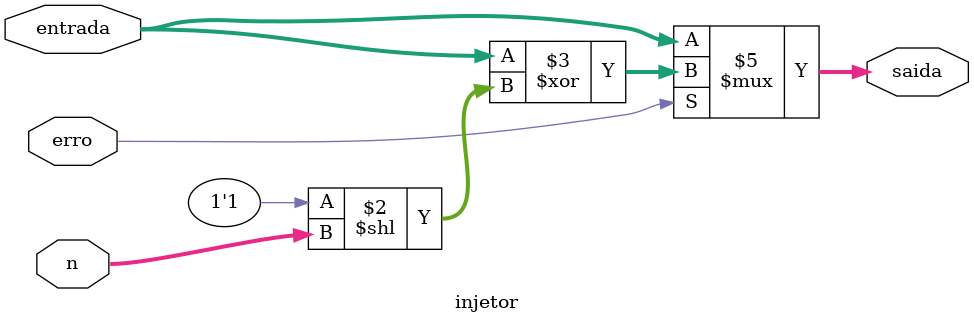
<source format=v>
module injetor(
  input [8:0] entrada,
  input [3:0] n,
  input erro,
  output reg [8:0] saida
);

  always @(*) 
  begin
    saida = entrada; // Mantém a entrada como padrão

    if (erro)
      saida = entrada ^ (1'b1 << n); // Inverte o bit especificado por n
  end

endmodule

</source>
